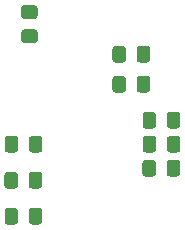
<source format=gbr>
%TF.GenerationSoftware,KiCad,Pcbnew,(5.1.6)-1*%
%TF.CreationDate,2020-09-06T00:09:38+02:00*%
%TF.ProjectId,gpioexpander4,6770696f-6578-4706-916e-646572342e6b,rev?*%
%TF.SameCoordinates,Original*%
%TF.FileFunction,Paste,Bot*%
%TF.FilePolarity,Positive*%
%FSLAX46Y46*%
G04 Gerber Fmt 4.6, Leading zero omitted, Abs format (unit mm)*
G04 Created by KiCad (PCBNEW (5.1.6)-1) date 2020-09-06 00:09:38*
%MOMM*%
%LPD*%
G01*
G04 APERTURE LIST*
G04 APERTURE END LIST*
%TO.C,R9*%
G36*
G01*
X127067000Y-77781999D02*
X127067000Y-78682001D01*
G75*
G02*
X126817001Y-78932000I-249999J0D01*
G01*
X126166999Y-78932000D01*
G75*
G02*
X125917000Y-78682001I0J249999D01*
G01*
X125917000Y-77781999D01*
G75*
G02*
X126166999Y-77532000I249999J0D01*
G01*
X126817001Y-77532000D01*
G75*
G02*
X127067000Y-77781999I0J-249999D01*
G01*
G37*
G36*
G01*
X129117000Y-77781999D02*
X129117000Y-78682001D01*
G75*
G02*
X128867001Y-78932000I-249999J0D01*
G01*
X128216999Y-78932000D01*
G75*
G02*
X127967000Y-78682001I0J249999D01*
G01*
X127967000Y-77781999D01*
G75*
G02*
X128216999Y-77532000I249999J0D01*
G01*
X128867001Y-77532000D01*
G75*
G02*
X129117000Y-77781999I0J-249999D01*
G01*
G37*
%TD*%
%TO.C,R8*%
G36*
G01*
X138742000Y-75749999D02*
X138742000Y-76650001D01*
G75*
G02*
X138492001Y-76900000I-249999J0D01*
G01*
X137841999Y-76900000D01*
G75*
G02*
X137592000Y-76650001I0J249999D01*
G01*
X137592000Y-75749999D01*
G75*
G02*
X137841999Y-75500000I249999J0D01*
G01*
X138492001Y-75500000D01*
G75*
G02*
X138742000Y-75749999I0J-249999D01*
G01*
G37*
G36*
G01*
X140792000Y-75749999D02*
X140792000Y-76650001D01*
G75*
G02*
X140542001Y-76900000I-249999J0D01*
G01*
X139891999Y-76900000D01*
G75*
G02*
X139642000Y-76650001I0J249999D01*
G01*
X139642000Y-75749999D01*
G75*
G02*
X139891999Y-75500000I249999J0D01*
G01*
X140542001Y-75500000D01*
G75*
G02*
X140792000Y-75749999I0J-249999D01*
G01*
G37*
%TD*%
%TO.C,R7*%
G36*
G01*
X127049000Y-80829999D02*
X127049000Y-81730001D01*
G75*
G02*
X126799001Y-81980000I-249999J0D01*
G01*
X126148999Y-81980000D01*
G75*
G02*
X125899000Y-81730001I0J249999D01*
G01*
X125899000Y-80829999D01*
G75*
G02*
X126148999Y-80580000I249999J0D01*
G01*
X126799001Y-80580000D01*
G75*
G02*
X127049000Y-80829999I0J-249999D01*
G01*
G37*
G36*
G01*
X129099000Y-80829999D02*
X129099000Y-81730001D01*
G75*
G02*
X128849001Y-81980000I-249999J0D01*
G01*
X128198999Y-81980000D01*
G75*
G02*
X127949000Y-81730001I0J249999D01*
G01*
X127949000Y-80829999D01*
G75*
G02*
X128198999Y-80580000I249999J0D01*
G01*
X128849001Y-80580000D01*
G75*
G02*
X129099000Y-80829999I0J-249999D01*
G01*
G37*
%TD*%
%TO.C,R6*%
G36*
G01*
X138751000Y-77781999D02*
X138751000Y-78682001D01*
G75*
G02*
X138501001Y-78932000I-249999J0D01*
G01*
X137850999Y-78932000D01*
G75*
G02*
X137601000Y-78682001I0J249999D01*
G01*
X137601000Y-77781999D01*
G75*
G02*
X137850999Y-77532000I249999J0D01*
G01*
X138501001Y-77532000D01*
G75*
G02*
X138751000Y-77781999I0J-249999D01*
G01*
G37*
G36*
G01*
X140801000Y-77781999D02*
X140801000Y-78682001D01*
G75*
G02*
X140551001Y-78932000I-249999J0D01*
G01*
X139900999Y-78932000D01*
G75*
G02*
X139651000Y-78682001I0J249999D01*
G01*
X139651000Y-77781999D01*
G75*
G02*
X139900999Y-77532000I249999J0D01*
G01*
X140551001Y-77532000D01*
G75*
G02*
X140801000Y-77781999I0J-249999D01*
G01*
G37*
%TD*%
%TO.C,R5*%
G36*
G01*
X127058000Y-83877999D02*
X127058000Y-84778001D01*
G75*
G02*
X126808001Y-85028000I-249999J0D01*
G01*
X126157999Y-85028000D01*
G75*
G02*
X125908000Y-84778001I0J249999D01*
G01*
X125908000Y-83877999D01*
G75*
G02*
X126157999Y-83628000I249999J0D01*
G01*
X126808001Y-83628000D01*
G75*
G02*
X127058000Y-83877999I0J-249999D01*
G01*
G37*
G36*
G01*
X129108000Y-83877999D02*
X129108000Y-84778001D01*
G75*
G02*
X128858001Y-85028000I-249999J0D01*
G01*
X128207999Y-85028000D01*
G75*
G02*
X127958000Y-84778001I0J249999D01*
G01*
X127958000Y-83877999D01*
G75*
G02*
X128207999Y-83628000I249999J0D01*
G01*
X128858001Y-83628000D01*
G75*
G02*
X129108000Y-83877999I0J-249999D01*
G01*
G37*
%TD*%
%TO.C,R4*%
G36*
G01*
X138733000Y-79813999D02*
X138733000Y-80714001D01*
G75*
G02*
X138483001Y-80964000I-249999J0D01*
G01*
X137832999Y-80964000D01*
G75*
G02*
X137583000Y-80714001I0J249999D01*
G01*
X137583000Y-79813999D01*
G75*
G02*
X137832999Y-79564000I249999J0D01*
G01*
X138483001Y-79564000D01*
G75*
G02*
X138733000Y-79813999I0J-249999D01*
G01*
G37*
G36*
G01*
X140783000Y-79813999D02*
X140783000Y-80714001D01*
G75*
G02*
X140533001Y-80964000I-249999J0D01*
G01*
X139882999Y-80964000D01*
G75*
G02*
X139633000Y-80714001I0J249999D01*
G01*
X139633000Y-79813999D01*
G75*
G02*
X139882999Y-79564000I249999J0D01*
G01*
X140533001Y-79564000D01*
G75*
G02*
X140783000Y-79813999I0J-249999D01*
G01*
G37*
%TD*%
%TO.C,R3*%
G36*
G01*
X137093000Y-73602001D02*
X137093000Y-72701999D01*
G75*
G02*
X137342999Y-72452000I249999J0D01*
G01*
X137993001Y-72452000D01*
G75*
G02*
X138243000Y-72701999I0J-249999D01*
G01*
X138243000Y-73602001D01*
G75*
G02*
X137993001Y-73852000I-249999J0D01*
G01*
X137342999Y-73852000D01*
G75*
G02*
X137093000Y-73602001I0J249999D01*
G01*
G37*
G36*
G01*
X135043000Y-73602001D02*
X135043000Y-72701999D01*
G75*
G02*
X135292999Y-72452000I249999J0D01*
G01*
X135943001Y-72452000D01*
G75*
G02*
X136193000Y-72701999I0J-249999D01*
G01*
X136193000Y-73602001D01*
G75*
G02*
X135943001Y-73852000I-249999J0D01*
G01*
X135292999Y-73852000D01*
G75*
G02*
X135043000Y-73602001I0J249999D01*
G01*
G37*
%TD*%
%TO.C,R2*%
G36*
G01*
X137093000Y-71062001D02*
X137093000Y-70161999D01*
G75*
G02*
X137342999Y-69912000I249999J0D01*
G01*
X137993001Y-69912000D01*
G75*
G02*
X138243000Y-70161999I0J-249999D01*
G01*
X138243000Y-71062001D01*
G75*
G02*
X137993001Y-71312000I-249999J0D01*
G01*
X137342999Y-71312000D01*
G75*
G02*
X137093000Y-71062001I0J249999D01*
G01*
G37*
G36*
G01*
X135043000Y-71062001D02*
X135043000Y-70161999D01*
G75*
G02*
X135292999Y-69912000I249999J0D01*
G01*
X135943001Y-69912000D01*
G75*
G02*
X136193000Y-70161999I0J-249999D01*
G01*
X136193000Y-71062001D01*
G75*
G02*
X135943001Y-71312000I-249999J0D01*
G01*
X135292999Y-71312000D01*
G75*
G02*
X135043000Y-71062001I0J249999D01*
G01*
G37*
%TD*%
%TO.C,R1*%
G36*
G01*
X127565999Y-68513000D02*
X128466001Y-68513000D01*
G75*
G02*
X128716000Y-68762999I0J-249999D01*
G01*
X128716000Y-69413001D01*
G75*
G02*
X128466001Y-69663000I-249999J0D01*
G01*
X127565999Y-69663000D01*
G75*
G02*
X127316000Y-69413001I0J249999D01*
G01*
X127316000Y-68762999D01*
G75*
G02*
X127565999Y-68513000I249999J0D01*
G01*
G37*
G36*
G01*
X127565999Y-66463000D02*
X128466001Y-66463000D01*
G75*
G02*
X128716000Y-66712999I0J-249999D01*
G01*
X128716000Y-67363001D01*
G75*
G02*
X128466001Y-67613000I-249999J0D01*
G01*
X127565999Y-67613000D01*
G75*
G02*
X127316000Y-67363001I0J249999D01*
G01*
X127316000Y-66712999D01*
G75*
G02*
X127565999Y-66463000I249999J0D01*
G01*
G37*
%TD*%
M02*

</source>
